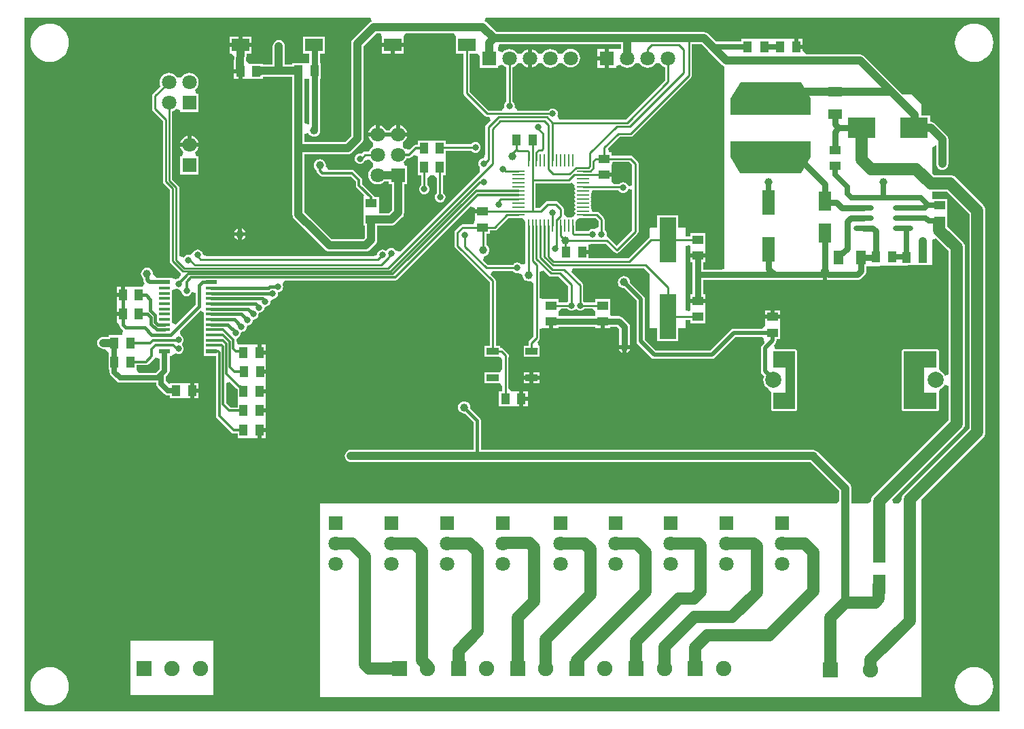
<source format=gtl>
G04*
G04 #@! TF.GenerationSoftware,Altium Limited,Altium Designer,19.0.9 (268)*
G04*
G04 Layer_Physical_Order=1*
G04 Layer_Color=255*
%FSLAX25Y25*%
%MOIN*%
G70*
G01*
G75*
%ADD11C,0.03937*%
%ADD18C,0.01000*%
%ADD21R,0.05315X0.01575*%
%ADD22R,0.05315X0.02362*%
%ADD23R,0.05906X0.03543*%
%ADD24O,0.00984X0.06102*%
%ADD25O,0.06102X0.00984*%
%ADD26O,0.09843X0.02756*%
%ADD27R,0.06102X0.09252*%
%ADD28R,0.06299X0.12402*%
%ADD29R,0.05709X0.03937*%
%ADD30R,0.05315X0.04331*%
%ADD31R,0.03937X0.05709*%
%ADD32R,0.04331X0.05709*%
%ADD33R,0.05906X0.05906*%
%ADD34R,0.13780X0.09843*%
%ADD35R,0.06693X0.04724*%
%ADD36R,0.04724X0.06693*%
%ADD37R,0.08583X0.06299*%
%ADD38R,0.08661X0.06299*%
%ADD39R,0.04331X0.05315*%
%ADD40R,0.08268X0.22047*%
%ADD67C,0.03937*%
%ADD68C,0.03150*%
%ADD69C,0.05906*%
%ADD70C,0.01968*%
%ADD71C,0.02756*%
%ADD72C,0.01575*%
%ADD73C,0.01181*%
%ADD74C,0.01000*%
%ADD75C,0.01500*%
%ADD76R,0.04823X0.28347*%
%ADD77R,0.10728X0.08169*%
%ADD78R,0.16339X0.08169*%
%ADD79R,0.09941X0.28347*%
%ADD80C,0.07874*%
%ADD81C,0.07480*%
%ADD82R,0.07480X0.07480*%
%ADD83C,0.07087*%
%ADD84R,0.07087X0.07087*%
%ADD85R,0.07087X0.07087*%
%ADD86C,0.03150*%
%ADD87C,0.05000*%
G36*
X294702Y327269D02*
X294208Y326913D01*
X292240Y326984D01*
Y326984D01*
X288681D01*
Y322441D01*
Y317897D01*
X292240D01*
Y318855D01*
X294208Y319523D01*
X294456Y319200D01*
X295405Y318472D01*
X296511Y318014D01*
X297696Y317858D01*
X298883Y318014D01*
X299988Y318472D01*
X300937Y319200D01*
X301665Y320149D01*
X303728Y320150D01*
X304456Y319201D01*
X305406Y318472D01*
X306511Y318015D01*
X307697Y317858D01*
X308883Y318015D01*
X309988Y318472D01*
X310937Y319201D01*
X311665Y320150D01*
X313728D01*
X314457Y319201D01*
X315406Y318472D01*
X316167Y318157D01*
Y311657D01*
X296886Y292376D01*
X264525D01*
X263924Y293145D01*
X263425Y294344D01*
X263532Y294603D01*
X263621Y295276D01*
X263532Y295948D01*
X263273Y296574D01*
X262860Y297112D01*
X262322Y297525D01*
X261696Y297784D01*
X261024Y297873D01*
X260351Y297784D01*
X259725Y297525D01*
X259187Y297112D01*
X258952Y296805D01*
X243756D01*
X243517Y296972D01*
X242578Y298326D01*
X242460Y298774D01*
X242518Y299213D01*
X242429Y299885D01*
X242170Y300511D01*
X241757Y301049D01*
X241450Y301285D01*
Y318157D01*
X242212Y318472D01*
X243161Y319200D01*
X243889Y320149D01*
X245953Y320150D01*
X246681Y319201D01*
X247630Y318472D01*
X248735Y318015D01*
X248937Y317988D01*
Y322441D01*
Y326894D01*
X248735Y326867D01*
X247630Y326410D01*
X246681Y325681D01*
X245953Y324732D01*
X243889Y324732D01*
X243161Y325681D01*
X242212Y326409D01*
X241107Y326867D01*
X239921Y327023D01*
X238735Y326867D01*
X237630Y326409D01*
X236681Y325681D01*
X236433Y325358D01*
X234748Y325930D01*
X234464Y326561D01*
Y326984D01*
X234464D01*
X234750Y328834D01*
X235127Y329289D01*
X294702D01*
Y327269D01*
D02*
G37*
G36*
X224209Y324886D02*
X225378Y323401D01*
Y317897D01*
X234464D01*
Y318855D01*
X236433Y319523D01*
X236681Y319200D01*
X237630Y318472D01*
X238392Y318157D01*
Y301285D01*
X238085Y301049D01*
X237672Y300511D01*
X237412Y299885D01*
X237324Y299213D01*
X237382Y298774D01*
X237264Y298326D01*
X236325Y296972D01*
X236086Y296805D01*
X229767D01*
X220407Y306165D01*
Y324886D01*
X224209D01*
D02*
G37*
G36*
X387795Y302756D02*
Y294882D01*
X348425D01*
X348425Y302756D01*
X353173Y310827D01*
X383048D01*
X387795Y302756D01*
D02*
G37*
G36*
X141694Y290203D02*
X141380Y289931D01*
X139411Y290828D01*
Y312246D01*
X139551Y312386D01*
X141694D01*
Y290203D01*
D02*
G37*
G36*
X480303Y1916D02*
X1956D01*
Y342467D01*
X171723D01*
X172359Y340600D01*
X171849Y340388D01*
X171229Y339912D01*
X163237Y331921D01*
X162761Y331301D01*
X162462Y330579D01*
X162360Y329804D01*
Y284311D01*
X159390Y281341D01*
X139411D01*
Y285365D01*
X141380Y285757D01*
X141482Y285511D01*
X141958Y284891D01*
X142578Y284415D01*
X143300Y284116D01*
X144075Y284014D01*
X144850Y284116D01*
X145572Y284415D01*
X146192Y284891D01*
X146668Y285511D01*
X146967Y286233D01*
X147069Y287008D01*
X146967Y287783D01*
X146888Y287972D01*
Y312386D01*
X147260D01*
Y320094D01*
X146888D01*
Y324886D01*
X149366D01*
Y333185D01*
X138784D01*
Y324886D01*
X141694D01*
Y320094D01*
X133449D01*
Y319234D01*
X129766D01*
Y328346D01*
X129664Y329121D01*
X129365Y329843D01*
X128889Y330464D01*
X128269Y330939D01*
X127547Y331239D01*
X126772Y331341D01*
X125997Y331239D01*
X125275Y330939D01*
X124654Y330464D01*
X124179Y329843D01*
X123880Y329121D01*
X123777Y328346D01*
Y319234D01*
X118913D01*
Y319701D01*
X112200D01*
X110813Y321098D01*
X110839Y324886D01*
X113224D01*
Y328051D01*
X107894D01*
X102563D01*
Y324886D01*
X103454D01*
X104841Y323489D01*
X104815Y319701D01*
X104709D01*
Y317028D01*
X107874D01*
Y316043D01*
X108858D01*
Y312386D01*
X118913D01*
Y313246D01*
X133423D01*
Y278346D01*
Y245866D01*
X133525Y245091D01*
X133824Y244369D01*
X134300Y243749D01*
X142174Y235875D01*
X142174Y235875D01*
X149458Y228591D01*
X150078Y228116D01*
X150377Y227992D01*
X150800Y227817D01*
X151575Y227714D01*
X169432D01*
X170207Y227817D01*
X170929Y228116D01*
X171549Y228591D01*
X174164Y231207D01*
X174640Y231827D01*
X174939Y232549D01*
X175041Y233324D01*
Y240411D01*
X181988D01*
X182763Y240513D01*
X183485Y240812D01*
X184105Y241288D01*
X187354Y244537D01*
X187829Y245157D01*
X188129Y245879D01*
X188231Y246654D01*
Y260614D01*
X189780D01*
Y269701D01*
X188822D01*
X188154Y271669D01*
X188477Y271917D01*
X189205Y272866D01*
X189482Y273535D01*
X190713D01*
X191334Y273659D01*
X191860Y274010D01*
X192996Y275147D01*
X194965Y274492D01*
X194965Y272850D01*
X194965Y272524D01*
Y265142D01*
X196600D01*
Y260340D01*
X196294Y260104D01*
X195881Y259566D01*
X195621Y258940D01*
X195533Y258268D01*
X195621Y257596D01*
X195881Y256969D01*
X196294Y256431D01*
X196831Y256019D01*
X197458Y255759D01*
X198130Y255671D01*
X198802Y255759D01*
X199428Y256019D01*
X199966Y256431D01*
X200379Y256969D01*
X200638Y257596D01*
X200727Y258268D01*
X200638Y258940D01*
X200379Y259566D01*
X199966Y260104D01*
X199659Y260340D01*
Y263675D01*
X200902Y265142D01*
X202838D01*
X204278Y263787D01*
Y256327D01*
X204069Y256167D01*
X203656Y255629D01*
X203397Y255003D01*
X203309Y254331D01*
X203397Y253659D01*
X203656Y253032D01*
X204069Y252494D01*
X204607Y252082D01*
X205233Y251822D01*
X205906Y251734D01*
X206578Y251822D01*
X207204Y252082D01*
X207742Y252494D01*
X208155Y253032D01*
X208414Y253659D01*
X208503Y254331D01*
X208414Y255003D01*
X208155Y255629D01*
X207742Y256167D01*
X207336Y256478D01*
Y265142D01*
X208776D01*
Y272524D01*
X208776Y274492D01*
X208776Y274819D01*
Y277211D01*
X221156D01*
X221392Y276904D01*
X221930Y276491D01*
X222556Y276232D01*
X223228Y276143D01*
X223901Y276232D01*
X224527Y276491D01*
X225065Y276904D01*
X225477Y277442D01*
X225737Y278068D01*
X225825Y278740D01*
X225737Y279412D01*
X225477Y280039D01*
X225065Y280576D01*
X224527Y280989D01*
X223901Y281249D01*
X223228Y281337D01*
X222556Y281249D01*
X221930Y280989D01*
X221392Y280576D01*
X221156Y280270D01*
X208776D01*
Y282201D01*
X202870D01*
X202839Y282201D01*
X200902D01*
X200870Y282201D01*
X194965D01*
Y279968D01*
X193902D01*
X193282Y279845D01*
X192756Y279493D01*
X191153Y277890D01*
X190734Y277795D01*
X188650Y278172D01*
X188477Y278397D01*
X187528Y279126D01*
X187528Y281189D01*
X188477Y281917D01*
X189205Y282866D01*
X189663Y283971D01*
X189689Y284173D01*
X185236D01*
Y285157D01*
X184252D01*
Y289610D01*
X184050Y289584D01*
X182945Y289126D01*
X181996Y288398D01*
X181268Y287449D01*
X181157Y287181D01*
X179316D01*
X179205Y287449D01*
X178477Y288398D01*
X177527Y289126D01*
X176422Y289584D01*
X176221Y289610D01*
Y285157D01*
X175236D01*
Y284173D01*
X170783D01*
X170810Y283971D01*
X171268Y282866D01*
X171996Y281917D01*
X172945Y281189D01*
Y279126D01*
X171996Y278398D01*
X171268Y277449D01*
X170952Y276687D01*
X169121D01*
X168536Y276570D01*
X168040Y276239D01*
X167441Y275640D01*
X167208Y275737D01*
X166535Y275825D01*
X165863Y275737D01*
X165237Y275477D01*
X164699Y275065D01*
X164286Y274527D01*
X164027Y273901D01*
X163938Y273228D01*
X164027Y272556D01*
X164286Y271930D01*
X164699Y271392D01*
X165237Y270979D01*
X165863Y270720D01*
X166535Y270631D01*
X167208Y270720D01*
X167834Y270979D01*
X168372Y271392D01*
X168784Y271930D01*
X169044Y272556D01*
X171017Y272841D01*
X171359Y272748D01*
X171996Y271917D01*
X172945Y271189D01*
Y269126D01*
X171996Y268398D01*
X171268Y267449D01*
X170810Y266343D01*
X170654Y265158D01*
X170810Y263971D01*
X171268Y262866D01*
X171996Y261917D01*
X172945Y261189D01*
X174050Y260731D01*
X175236Y260575D01*
X176422Y260731D01*
X177527Y261189D01*
X178477Y261917D01*
X178665Y262163D01*
X180693D01*
Y260614D01*
X182242D01*
Y247894D01*
X180748Y246400D01*
X176039D01*
X175902Y248311D01*
X175902Y248368D01*
Y254248D01*
X173573D01*
Y254328D01*
X173450Y254948D01*
X173098Y255474D01*
X167763Y260809D01*
Y262598D01*
X167640Y263219D01*
X167288Y263745D01*
X163745Y267288D01*
X163219Y267640D01*
X162598Y267763D01*
X151276D01*
X150654Y268348D01*
X149812Y269732D01*
X149845Y269980D01*
X149742Y270755D01*
X149443Y271477D01*
X148968Y272097D01*
X148347Y272573D01*
X147625Y272872D01*
X146850Y272974D01*
X146075Y272872D01*
X145353Y272573D01*
X144733Y272097D01*
X144257Y271477D01*
X143958Y270755D01*
X143856Y269980D01*
X143958Y269205D01*
X144257Y268483D01*
X144733Y267863D01*
X145229Y267483D01*
Y267323D01*
X145352Y266702D01*
X145704Y266176D01*
X146885Y264995D01*
X147411Y264644D01*
X148031Y264520D01*
X161927D01*
X164520Y261927D01*
Y260138D01*
X164644Y259517D01*
X164995Y258991D01*
X168646Y255341D01*
X168193Y254248D01*
X168193D01*
Y248342D01*
X168193Y248311D01*
Y246374D01*
X168193Y246342D01*
Y240437D01*
X169053D01*
Y234564D01*
X168192Y233703D01*
X152815D01*
X146408Y240109D01*
X146408Y240109D01*
X139411Y247106D01*
Y275352D01*
X160630D01*
X161405Y275454D01*
X162127Y275753D01*
X162747Y276229D01*
X167472Y280954D01*
X167947Y281574D01*
X168246Y282296D01*
X168349Y283071D01*
Y328564D01*
X174586Y334801D01*
X176555D01*
X177406Y333185D01*
X177406Y332833D01*
Y330020D01*
X187988D01*
Y332833D01*
X187988Y333185D01*
X188839Y334801D01*
X212697D01*
X213547Y333185D01*
Y324886D01*
X217349D01*
Y305532D01*
X217465Y304946D01*
X217796Y304450D01*
X228052Y294194D01*
X228549Y293863D01*
X229134Y293746D01*
X229956D01*
X230710Y291928D01*
X228446Y289664D01*
X228115Y289168D01*
X227998Y288583D01*
Y275339D01*
X227165Y273463D01*
X226493Y273375D01*
X225867Y273115D01*
X225329Y272703D01*
X224916Y272165D01*
X224657Y271538D01*
X224568Y270866D01*
X224657Y270194D01*
X224916Y269568D01*
X225329Y269030D01*
X225440Y267121D01*
X225324Y266711D01*
X186336Y227724D01*
X185940Y227667D01*
X184252Y228045D01*
X184034Y228206D01*
X183726Y228608D01*
X183188Y229021D01*
X182562Y229280D01*
X181890Y229369D01*
X181218Y229280D01*
X180591Y229021D01*
X180053Y228608D01*
X179609Y228077D01*
X178857Y228233D01*
X178231Y228492D01*
X177559Y228581D01*
X176886Y228492D01*
X176260Y228233D01*
X175722Y227820D01*
X175310Y227282D01*
X175050Y226656D01*
X174962Y225984D01*
X173085Y225301D01*
X91408D01*
X89512Y225984D01*
X89424Y226656D01*
X89164Y227283D01*
X88752Y227821D01*
X88214Y228233D01*
X87587Y228493D01*
X86915Y228581D01*
X86243Y228493D01*
X85617Y228233D01*
X85079Y227821D01*
X84666Y227283D01*
X84262Y226577D01*
X83246Y226019D01*
X82459Y226044D01*
X81786Y225955D01*
X81160Y225696D01*
X80622Y225283D01*
X80209Y224745D01*
X78413Y225520D01*
X77994Y225803D01*
X77907Y226028D01*
Y259055D01*
X77791Y259640D01*
X77459Y260137D01*
X74403Y263193D01*
Y296405D01*
X75165Y296721D01*
X76114Y297449D01*
X76362Y297772D01*
X78331Y297104D01*
Y296146D01*
X87417D01*
Y305232D01*
X86459D01*
X85791Y307201D01*
X86114Y307449D01*
X86843Y308398D01*
X87300Y309503D01*
X87457Y310689D01*
X87300Y311875D01*
X86843Y312980D01*
X86114Y313929D01*
X85165Y314657D01*
X84060Y315115D01*
X82874Y315271D01*
X81688Y315115D01*
X80583Y314657D01*
X79634Y313929D01*
X78905Y312980D01*
X76842Y312981D01*
X76114Y313930D01*
X75165Y314658D01*
X74060Y315116D01*
X72874Y315272D01*
X71688Y315116D01*
X70582Y314658D01*
X69633Y313930D01*
X68905Y312981D01*
X68447Y311875D01*
X68291Y310689D01*
X68447Y309503D01*
X68763Y308741D01*
X65060Y305039D01*
X64729Y304543D01*
X64612Y303957D01*
Y297638D01*
X64729Y297053D01*
X65060Y296556D01*
X69951Y291666D01*
Y261982D01*
X70067Y261397D01*
X70399Y260901D01*
X73274Y258026D01*
Y223080D01*
X73390Y222495D01*
X73722Y221999D01*
X78648Y217072D01*
X78562Y216049D01*
X77559Y214408D01*
X76887Y214319D01*
X76261Y214060D01*
X74425Y214878D01*
Y214878D01*
X67110D01*
X65583Y215943D01*
X65095Y216688D01*
X65100Y216732D01*
X64998Y217507D01*
X64699Y218229D01*
X64223Y218849D01*
X63603Y219325D01*
X62881Y219624D01*
X62106Y219726D01*
X61331Y219624D01*
X60609Y219325D01*
X59989Y218849D01*
X59513Y218229D01*
X59214Y217507D01*
X59112Y216732D01*
X59214Y215957D01*
X59513Y215235D01*
X59989Y214615D01*
X60182Y214467D01*
Y213850D01*
X60336Y213076D01*
X60774Y212419D01*
X60973Y212220D01*
X60158Y210252D01*
X55102D01*
Y210252D01*
X53165D01*
Y210252D01*
X51181D01*
Y206398D01*
X50197D01*
Y205413D01*
X47228D01*
Y202543D01*
X47228D01*
Y200934D01*
X47228D01*
Y198064D01*
X50197D01*
Y196096D01*
X47228D01*
Y193226D01*
X47251D01*
X48374Y191634D01*
X48513Y190936D01*
X48908Y190345D01*
X50286Y188967D01*
X50286Y188967D01*
X49896Y187172D01*
X49509Y186717D01*
X49087Y186696D01*
X43193D01*
Y185835D01*
X40682D01*
X39908Y185733D01*
X39185Y185434D01*
X38565Y184958D01*
X38089Y184338D01*
X37790Y183616D01*
X37688Y182841D01*
X37790Y182066D01*
X38089Y181344D01*
X38565Y180724D01*
X39185Y180248D01*
X39908Y179949D01*
X40682Y179847D01*
X41581D01*
X43193Y177879D01*
X43193Y177378D01*
X43193D01*
Y169669D01*
X43737D01*
Y168504D01*
X43921Y167576D01*
X44447Y166789D01*
X47203Y164034D01*
X47989Y163508D01*
X48917Y163323D01*
X48917Y163323D01*
X66621D01*
Y162845D01*
X66805Y161917D01*
X67331Y161130D01*
X70727Y157734D01*
X71513Y157209D01*
X72441Y157024D01*
X73213D01*
Y155654D01*
X83268D01*
Y159311D01*
Y162969D01*
X73213D01*
Y162969D01*
X73045Y162899D01*
X71470Y164155D01*
Y166466D01*
X72482Y167479D01*
X73008Y168265D01*
X73192Y169193D01*
Y176461D01*
X74425D01*
Y176694D01*
X76260Y177672D01*
X76887Y177412D01*
X77559Y177324D01*
X78231Y177412D01*
X78857Y177672D01*
X79395Y178085D01*
X79808Y178622D01*
X80067Y179249D01*
X80156Y179921D01*
X80067Y180593D01*
X79808Y181219D01*
X79395Y181757D01*
Y182415D01*
X79808Y182953D01*
X80067Y183579D01*
X80156Y184252D01*
X80067Y184924D01*
X79808Y185550D01*
X79395Y186088D01*
X78857Y186501D01*
X78810Y186520D01*
X78243Y188128D01*
X78249Y188743D01*
X88173Y198668D01*
X90142Y197852D01*
Y195161D01*
Y192602D01*
Y190043D01*
Y187484D01*
Y184925D01*
Y182366D01*
Y179807D01*
Y176461D01*
X96016D01*
Y147047D01*
X96140Y146427D01*
X96491Y145900D01*
X103578Y138814D01*
X104104Y138462D01*
X104724Y138339D01*
X106520D01*
Y136106D01*
X112425D01*
X112457Y136106D01*
X114394D01*
X114425Y136106D01*
X116378D01*
Y139961D01*
X117362D01*
Y140945D01*
X120331D01*
Y143783D01*
X120331Y143815D01*
X120331Y145752D01*
X120331Y145783D01*
Y148622D01*
X117362D01*
Y150591D01*
X120331D01*
Y153331D01*
X120331Y153461D01*
X120331Y155299D01*
X120331Y155429D01*
Y158169D01*
X117362D01*
Y160138D01*
X120331D01*
Y162976D01*
X120331Y163008D01*
X120407Y164945D01*
X120488D01*
Y167815D01*
X117520D01*
Y169783D01*
X120488D01*
Y172392D01*
X120488Y172653D01*
X120331Y174557D01*
Y177165D01*
X117362D01*
Y178150D01*
X116378D01*
Y182004D01*
X114425D01*
X114394Y182004D01*
X112457D01*
X112425Y182004D01*
X106520D01*
X105952Y183738D01*
Y184416D01*
X106186Y185189D01*
X106816Y185457D01*
X107353Y185870D01*
X107766Y186407D01*
X108026Y187034D01*
X108114Y187706D01*
X109142Y188249D01*
X109768Y188508D01*
X110306Y188921D01*
X110719Y189459D01*
X110978Y190085D01*
X111324Y191310D01*
X111996Y191399D01*
X112623Y191658D01*
X113161Y192071D01*
X113573Y192609D01*
X113833Y193235D01*
X113921Y193907D01*
X114949Y194450D01*
X115576Y194709D01*
X116114Y195122D01*
X116526Y195660D01*
X116786Y196286D01*
X117033Y197610D01*
X117705Y197698D01*
X118332Y197958D01*
X118870Y198370D01*
X119282Y198908D01*
X119542Y199534D01*
X120085Y200563D01*
X120757Y200651D01*
X121383Y200910D01*
X121921Y201323D01*
X122334Y201861D01*
X122593Y202487D01*
X122604Y202573D01*
X122775Y203261D01*
X123574Y204136D01*
X124399Y204391D01*
X125025Y204651D01*
X125563Y205064D01*
X125976Y205601D01*
X126235Y206228D01*
X126323Y206900D01*
X126287Y207591D01*
X126952Y207826D01*
X127578Y208086D01*
X128116Y208498D01*
X128529Y209036D01*
X128788Y209663D01*
X128876Y210335D01*
X128788Y211007D01*
X128529Y211633D01*
X129499Y213473D01*
X183992D01*
X184613Y213596D01*
X185139Y213948D01*
X221047Y249856D01*
X223016Y249041D01*
Y248327D01*
X226673D01*
Y246358D01*
X223016D01*
Y244177D01*
X223016D01*
Y242966D01*
X222213Y240998D01*
X216929D01*
X216344Y240881D01*
X215848Y240550D01*
X213363Y238066D01*
X213032Y237569D01*
X212915Y236984D01*
Y230498D01*
X213032Y229912D01*
X213363Y229416D01*
X230164Y212616D01*
Y181512D01*
X227543D01*
Y175969D01*
X234512D01*
X235499Y175885D01*
X236398Y174393D01*
Y170095D01*
X235449Y168520D01*
X234430Y168520D01*
X227543D01*
Y162976D01*
X234430D01*
X235449Y162976D01*
X236398Y161401D01*
Y159169D01*
X234762D01*
Y151854D01*
X240668D01*
X241093Y151854D01*
X242636D01*
X243061Y151854D01*
X244817D01*
Y155512D01*
Y159169D01*
X243061D01*
X242636Y159169D01*
X241093D01*
X239457Y160636D01*
Y175636D01*
X239500Y175852D01*
Y176681D01*
X239383Y177266D01*
X239052Y177762D01*
X236992Y179822D01*
X236496Y180153D01*
X235911Y180270D01*
X235449D01*
Y181512D01*
X233222D01*
Y213250D01*
X233106Y213835D01*
X232774Y214331D01*
X230768Y216337D01*
X231522Y218156D01*
X241629D01*
X241864Y217849D01*
X242402Y217436D01*
X243029Y217177D01*
X243701Y217088D01*
X244373Y217177D01*
X245927Y216305D01*
X246249Y215913D01*
X246321Y215367D01*
X246620Y214645D01*
X247095Y214025D01*
X247715Y213549D01*
X248438Y213250D01*
X249213Y213148D01*
X249715Y213214D01*
X250285Y213022D01*
X251657Y211970D01*
X251683Y211927D01*
Y185886D01*
X249706Y183908D01*
X249374Y183412D01*
X249258Y182827D01*
Y181512D01*
X246835D01*
Y175969D01*
X254740D01*
Y180002D01*
X254742Y180012D01*
X254740Y181512D01*
X254417Y181518D01*
X253604Y183480D01*
X254294Y184171D01*
X254626Y184667D01*
X254742Y185252D01*
Y189824D01*
X256579Y190142D01*
X256711Y190142D01*
X259252D01*
Y193307D01*
X261221D01*
Y190142D01*
X263894D01*
Y190710D01*
X282071D01*
Y190142D01*
X284744D01*
Y193307D01*
X286713D01*
Y190142D01*
X289386D01*
Y190710D01*
X292609D01*
X293744Y189575D01*
Y182196D01*
X293536Y181693D01*
X299147D01*
X298938Y182196D01*
Y190651D01*
X298850Y191323D01*
X298590Y191949D01*
X298178Y192487D01*
X295521Y195143D01*
X294984Y195556D01*
X294357Y195816D01*
X293685Y195904D01*
X289954D01*
X289386Y196472D01*
Y198016D01*
X289386Y198441D01*
Y204346D01*
X282071D01*
Y202710D01*
X276655D01*
X276419Y203017D01*
X276112Y203253D01*
Y211024D01*
X275996Y211609D01*
X275664Y212105D01*
X270176Y217593D01*
X270930Y219411D01*
X305985D01*
X308661Y216735D01*
Y189961D01*
X312386D01*
Y183843D01*
X322654D01*
Y189961D01*
X326279D01*
X326378Y189862D01*
Y194140D01*
X328624D01*
Y192504D01*
X335939D01*
Y198835D01*
X335939D01*
Y200378D01*
X335939D01*
Y202559D01*
X328624D01*
Y200378D01*
X328624D01*
Y199167D01*
X328346Y198488D01*
X326378Y198874D01*
Y230407D01*
X328346Y230864D01*
X328624Y230299D01*
Y228756D01*
X328624D01*
Y226575D01*
X332281D01*
X335939D01*
Y228756D01*
X335939D01*
Y230299D01*
X335939D01*
Y236630D01*
X328624D01*
Y234994D01*
X326378D01*
Y239277D01*
X322654D01*
Y245291D01*
X312386D01*
Y239277D01*
X308846D01*
X308661Y239092D01*
Y234677D01*
X308171Y234349D01*
X298185Y224364D01*
X278756D01*
Y226279D01*
X275591D01*
Y228248D01*
X278756D01*
Y230921D01*
X280468Y231541D01*
X287162D01*
X291438Y227265D01*
X291934Y226934D01*
X292520Y226817D01*
X293105Y226934D01*
X293601Y227265D01*
X302747Y236410D01*
X303078Y236907D01*
X303194Y237492D01*
Y270866D01*
X303078Y271451D01*
X302747Y271948D01*
X300384Y274310D01*
X299888Y274641D01*
X299303Y274758D01*
X289976D01*
Y276394D01*
X288703D01*
X288202Y278362D01*
X293842Y284002D01*
X299311D01*
X299896Y284119D01*
X300393Y284450D01*
X329034Y313092D01*
X329366Y313588D01*
X329482Y314173D01*
Y329289D01*
X334193D01*
X337450Y326032D01*
X343623Y319860D01*
X344339Y319143D01*
X344960Y318667D01*
X345002Y318649D01*
X345329Y318406D01*
X345329Y219094D01*
X343457Y218837D01*
X334878D01*
Y222425D01*
X335939D01*
Y224606D01*
X332281D01*
X328624D01*
Y222425D01*
X329684D01*
Y216142D01*
Y206709D01*
X328624D01*
Y204528D01*
X335939D01*
Y206709D01*
X334878D01*
Y213643D01*
X393701D01*
Y217126D01*
X395669D01*
Y213745D01*
X395710Y213762D01*
X395784Y213732D01*
X396457Y213643D01*
X410557D01*
X411229Y213732D01*
X411855Y213991D01*
X412393Y214404D01*
X414238Y216249D01*
X414651Y216787D01*
X414910Y217413D01*
X414999Y218085D01*
Y220430D01*
X442037Y220949D01*
X445587D01*
Y221017D01*
X447169Y221047D01*
Y233385D01*
X449138Y234200D01*
X455364Y227975D01*
Y167287D01*
X453395Y166895D01*
X453328Y167057D01*
X452537Y168088D01*
X451765Y168680D01*
X451473Y168926D01*
X450586Y170188D01*
X450663Y170578D01*
Y178747D01*
X450586Y179138D01*
X450364Y179468D01*
X450034Y179689D01*
X449644Y179767D01*
X433305D01*
X433268Y179760D01*
X433268D01*
X432877Y179682D01*
X432547Y179461D01*
X432326Y179130D01*
X432248Y178740D01*
Y158743D01*
X432211Y158556D01*
Y150387D01*
X432288Y149996D01*
X432509Y149665D01*
X432840Y149444D01*
X433230Y149367D01*
X449569D01*
X449959Y149444D01*
X450290Y149665D01*
X450511Y149996D01*
X450589Y150387D01*
Y158556D01*
X450511Y158946D01*
X451493Y160238D01*
X451716Y160416D01*
X452537Y161046D01*
X453328Y162077D01*
X453395Y162238D01*
X455364Y161847D01*
Y144860D01*
X418441Y107937D01*
X417807Y107112D01*
X417409Y106150D01*
X417273Y105118D01*
X415749Y104121D01*
X407719Y104124D01*
Y111516D01*
X407617Y112291D01*
X407441Y112714D01*
X407317Y113013D01*
X406842Y113633D01*
X391093Y129381D01*
X390473Y129857D01*
X389751Y130156D01*
X388976Y130258D01*
X361673D01*
X360925Y130356D01*
X360178Y130258D01*
X334298D01*
X333550Y130356D01*
X332803Y130258D01*
X252173D01*
X251425Y130356D01*
X250678Y130258D01*
X225873D01*
Y144848D01*
X225734Y145545D01*
X225339Y146136D01*
X225339Y146136D01*
X220662Y150813D01*
X220711Y151181D01*
X220609Y151956D01*
X220309Y152678D01*
X219834Y153298D01*
X219214Y153774D01*
X218492Y154073D01*
X217717Y154175D01*
X216942Y154073D01*
X216219Y153774D01*
X215599Y153298D01*
X215124Y152678D01*
X214824Y151956D01*
X214722Y151181D01*
X214824Y150406D01*
X215124Y149684D01*
X215599Y149064D01*
X216219Y148588D01*
X216942Y148289D01*
X217717Y148187D01*
X218085Y148235D01*
X222228Y144093D01*
Y130258D01*
X197423D01*
X196675Y130356D01*
X195928Y130258D01*
X162854D01*
X162106Y130356D01*
X161331Y130254D01*
X160609Y129955D01*
X159989Y129479D01*
X159513Y128859D01*
X159214Y128137D01*
X159112Y127362D01*
X159214Y126587D01*
X159513Y125865D01*
X159989Y125245D01*
X160088Y125147D01*
X160708Y124671D01*
X161430Y124372D01*
X162205Y124270D01*
X387736D01*
X401730Y110275D01*
Y105519D01*
X400338Y104127D01*
X146949Y104232D01*
X146949Y9165D01*
X442126D01*
X442126Y104110D01*
X442126Y104110D01*
X442126D01*
X442031Y106078D01*
X472307Y136354D01*
X472941Y137180D01*
X473339Y138141D01*
X473475Y139173D01*
X473475Y139173D01*
Y164567D01*
Y247736D01*
X473475Y247736D01*
X473339Y248768D01*
X472941Y249730D01*
X472307Y250555D01*
X472307Y250555D01*
X458921Y263941D01*
X458096Y264575D01*
X457134Y264973D01*
X456102Y265109D01*
X456102Y265109D01*
X448207D01*
X447169Y266146D01*
Y278741D01*
X449138Y279793D01*
X449270Y279705D01*
Y270768D01*
X449372Y269993D01*
X449671Y269271D01*
X450147Y268651D01*
X450767Y268175D01*
X451489Y267876D01*
X452264Y267774D01*
X453039Y267876D01*
X453761Y268175D01*
X454381Y268651D01*
X454857Y269271D01*
X455156Y269993D01*
X455258Y270768D01*
Y282677D01*
X455156Y283452D01*
X454857Y284174D01*
X454381Y284794D01*
X448771Y290405D01*
X448151Y290880D01*
X447429Y291179D01*
X446654Y291282D01*
X446276D01*
Y294307D01*
X442126D01*
Y300000D01*
X441893D01*
X437169Y304724D01*
X432679D01*
X429283Y308121D01*
X414027Y323377D01*
X413407Y323853D01*
X412684Y324152D01*
X411909Y324254D01*
X385530D01*
X383579Y326222D01*
Y327165D01*
X380610D01*
Y328150D01*
X379626D01*
Y332004D01*
X377673D01*
X377642Y332004D01*
X375705D01*
X375673Y332004D01*
X369768D01*
Y332004D01*
X368126D01*
Y332004D01*
X361827D01*
X361795Y332004D01*
X359858D01*
X359827Y332004D01*
X353528D01*
Y330574D01*
X341377D01*
X337550Y334401D01*
X336930Y334876D01*
X336208Y335176D01*
X335433Y335278D01*
X233524D01*
X228889Y339912D01*
X228269Y340388D01*
X227758Y340600D01*
X228395Y342467D01*
X480303D01*
Y1916D01*
D02*
G37*
G36*
X387795Y274016D02*
X383106Y266043D01*
X353115D01*
X348425Y274016D01*
Y281890D01*
X387795D01*
X387795Y274016D01*
D02*
G37*
G36*
X300136Y270233D02*
Y259937D01*
X298178Y259727D01*
X297918Y260354D01*
X297506Y260892D01*
X296968Y261304D01*
X296341Y261564D01*
X295669Y261652D01*
X294997Y261564D01*
X294371Y261304D01*
X293833Y260892D01*
X293824Y260880D01*
X291403D01*
X289976Y262189D01*
Y264370D01*
X286319D01*
Y266339D01*
X289976D01*
Y268520D01*
X289976D01*
Y269730D01*
X290779Y271699D01*
X298669D01*
X300136Y270233D01*
D02*
G37*
G36*
Y258173D02*
Y238125D01*
X292520Y230509D01*
X288877Y234152D01*
X288381Y234484D01*
X287724Y235322D01*
X287636Y236220D01*
X287547Y236892D01*
X287288Y237519D01*
X286875Y238056D01*
X286568Y238292D01*
Y243308D01*
X286452Y243893D01*
X286120Y244389D01*
X283857Y246652D01*
X283361Y246984D01*
X282776Y247100D01*
X280725D01*
X279893Y248838D01*
X279879Y249069D01*
X279966Y249508D01*
X279850Y250090D01*
X279582Y250492D01*
X279850Y250894D01*
X279966Y251476D01*
X279850Y252059D01*
X279582Y252461D01*
X279850Y252863D01*
X279966Y253445D01*
X279850Y254027D01*
X279582Y254429D01*
X279850Y254831D01*
X279966Y255413D01*
X279879Y255853D01*
X279893Y256084D01*
X280725Y257821D01*
X293393D01*
X293420Y257757D01*
X293833Y257219D01*
X294371Y256806D01*
X294997Y256547D01*
X295669Y256458D01*
X296341Y256547D01*
X296968Y256806D01*
X297506Y257219D01*
X297918Y257757D01*
X298178Y258383D01*
X300136Y258173D01*
D02*
G37*
G36*
X270168Y261447D02*
X270481Y261321D01*
X271921Y259933D01*
X271805Y259350D01*
X271921Y258768D01*
X272190Y258366D01*
X271921Y257964D01*
X271805Y257382D01*
X271921Y256800D01*
X272190Y256398D01*
X271921Y255996D01*
X271805Y255413D01*
X271921Y254831D01*
X272190Y254429D01*
X271921Y254027D01*
X271805Y253445D01*
X271921Y252863D01*
X272190Y252461D01*
X271921Y252059D01*
X271805Y251476D01*
X271921Y250894D01*
X272190Y250492D01*
X271921Y250090D01*
X271805Y249508D01*
X271921Y248926D01*
X272190Y248524D01*
X271921Y248122D01*
X271805Y247539D01*
X271921Y246957D01*
X272190Y246555D01*
X271921Y246153D01*
Y246153D01*
X271732Y245497D01*
X270940Y244705D01*
X270284Y244516D01*
X269882Y244247D01*
X269480Y244516D01*
X268898Y244632D01*
X268488Y244550D01*
X266732Y245645D01*
X266553Y246561D01*
Y248507D01*
X266437Y249093D01*
X266105Y249589D01*
X263762Y251932D01*
X263266Y252263D01*
X262681Y252380D01*
X258586D01*
X258001Y252263D01*
X257505Y251932D01*
X254679Y249106D01*
X252711Y249159D01*
Y261069D01*
X268915D01*
X269501Y261186D01*
X269922Y261467D01*
X270168Y261447D01*
D02*
G37*
G36*
X275886Y244041D02*
X282142D01*
X283509Y242674D01*
Y239798D01*
X282920Y239277D01*
X281541Y238663D01*
X281381Y238729D01*
X280709Y238818D01*
X280036Y238729D01*
X279410Y238470D01*
X278872Y238057D01*
X278637Y237750D01*
X272395D01*
Y240551D01*
X272388Y240592D01*
Y242229D01*
X273007Y243430D01*
X274208Y244050D01*
X275845D01*
X275886Y244041D01*
D02*
G37*
G36*
X247072Y243430D02*
X247691Y242229D01*
Y240592D01*
X247683Y240551D01*
Y221822D01*
X246895Y221441D01*
X245715Y221290D01*
X245537Y221521D01*
X244999Y221934D01*
X244373Y222194D01*
X243701Y222282D01*
X243029Y222194D01*
X242402Y221934D01*
X241864Y221521D01*
X241629Y221214D01*
X229169D01*
X226942Y223441D01*
X226959Y223730D01*
X227726Y225441D01*
X227825Y225454D01*
X228547Y225753D01*
X229167Y226229D01*
X229643Y226849D01*
X229942Y227572D01*
X230044Y228346D01*
X229942Y229121D01*
X229643Y229843D01*
X229167Y230464D01*
X228579Y230915D01*
Y236303D01*
X230331D01*
Y237939D01*
X232677D01*
X233262Y238055D01*
X233759Y238387D01*
X239413Y244041D01*
X244193D01*
X244233Y244050D01*
X245871D01*
X247072Y243430D01*
D02*
G37*
G36*
X259166Y215848D02*
X259663Y215516D01*
X260248Y215400D01*
X264108D01*
X268724Y210784D01*
Y203253D01*
X268417Y203017D01*
X268181Y202711D01*
X263894D01*
Y204346D01*
X256579D01*
Y204346D01*
X254742Y204664D01*
Y217700D01*
X256561Y218453D01*
X259166Y215848D01*
D02*
G37*
G36*
X268417Y199345D02*
X268954Y198932D01*
X269581Y198673D01*
X270253Y198584D01*
X270925Y198673D01*
X271551Y198932D01*
X272746Y199345D01*
X273284Y198932D01*
X273911Y198672D01*
X274583Y198584D01*
X275255Y198672D01*
X275881Y198932D01*
X276419Y199345D01*
X276655Y199652D01*
X280604D01*
X282071Y198016D01*
Y196472D01*
X281503Y195904D01*
X264462D01*
X263894Y196472D01*
Y198016D01*
X265361Y199652D01*
X268181D01*
X268417Y199345D01*
D02*
G37*
G36*
X76887Y209302D02*
X77169Y209265D01*
X77594Y209189D01*
X78594Y208483D01*
X78987Y207596D01*
X79247Y206969D01*
X79660Y206431D01*
X80198Y206019D01*
X80824Y205759D01*
X81496Y205671D01*
X82168Y205759D01*
X82795Y206019D01*
X83332Y206431D01*
X83745Y206969D01*
X84005Y207596D01*
X85973Y207465D01*
Y201622D01*
X76213Y191862D01*
X75143Y192305D01*
X74425Y192858D01*
Y197721D01*
Y200279D01*
Y202839D01*
Y205398D01*
Y208585D01*
X76261Y209562D01*
X76887Y209302D01*
D02*
G37*
G36*
X68343Y174924D02*
Y170197D01*
X66319Y168173D01*
X58143D01*
X57004Y169669D01*
Y171902D01*
X61713D01*
X62333Y172025D01*
X62859Y172377D01*
X65615Y175133D01*
X65662Y175204D01*
X66375Y175822D01*
X68343Y174924D01*
D02*
G37*
G36*
X106078Y160271D02*
X106520Y159975D01*
Y155299D01*
X106520D01*
X106520Y153461D01*
X106520D01*
Y151228D01*
X102936D01*
X100834Y153329D01*
Y162942D01*
X102653Y163695D01*
X106078Y160271D01*
D02*
G37*
G36*
X465501Y246085D02*
Y164567D01*
Y140825D01*
X433401Y108725D01*
X432768Y107899D01*
X432370Y106937D01*
X432234Y105905D01*
X432140Y105412D01*
X430841Y104114D01*
X428467Y104115D01*
X427714Y105934D01*
X462170Y140390D01*
X462170Y140390D01*
X462803Y141215D01*
X463201Y142177D01*
X463337Y143209D01*
Y229626D01*
X463337Y229626D01*
X463201Y230658D01*
X462803Y231619D01*
X462170Y232445D01*
X462170Y232445D01*
X454774Y239840D01*
Y241043D01*
X454740Y241302D01*
Y245587D01*
X454740D01*
Y247524D01*
X454740D01*
Y253461D01*
X447169D01*
Y257135D01*
X454451D01*
X465501Y246085D01*
D02*
G37*
%LPC*%
G36*
X269921Y327122D02*
X268735Y326966D01*
X267630Y326508D01*
X266681Y325780D01*
X265953Y324831D01*
X264307Y324752D01*
X263819Y324824D01*
X263162Y325681D01*
X262212Y326410D01*
X261107Y326867D01*
X259921Y327024D01*
X258735Y326867D01*
X257630Y326410D01*
X256681Y325681D01*
X255953Y324732D01*
X253890D01*
X253162Y325681D01*
X252213Y326410D01*
X251107Y326867D01*
X250905Y326894D01*
Y322441D01*
Y317988D01*
X251107Y318015D01*
X252213Y318472D01*
X253162Y319201D01*
X253890Y320150D01*
X255953D01*
X256681Y319201D01*
X257630Y318472D01*
X258735Y318015D01*
X259921Y317858D01*
X261107Y318015D01*
X262212Y318472D01*
X263162Y319201D01*
X263890Y320150D01*
X265535Y320228D01*
X266023Y320156D01*
X266681Y319299D01*
X267630Y318571D01*
X268735Y318113D01*
X269921Y317957D01*
X271107Y318113D01*
X272213Y318571D01*
X273162Y319299D01*
X273890Y320248D01*
X274348Y321353D01*
X274504Y322539D01*
X274348Y323725D01*
X273890Y324831D01*
X273162Y325780D01*
X272213Y326508D01*
X271107Y326966D01*
X269921Y327122D01*
D02*
G37*
G36*
X286712Y326984D02*
X283153D01*
Y323425D01*
X286712D01*
Y326984D01*
D02*
G37*
G36*
Y321456D02*
X283153D01*
Y317897D01*
X286712D01*
Y321456D01*
D02*
G37*
G36*
X113224Y333185D02*
X108878D01*
Y330020D01*
X113224D01*
Y333185D01*
D02*
G37*
G36*
X106909D02*
X102563D01*
Y330020D01*
X106909D01*
Y333185D01*
D02*
G37*
G36*
X381594Y332004D02*
Y329134D01*
X383579D01*
Y332004D01*
X381594D01*
D02*
G37*
G36*
X187988Y328051D02*
X183681D01*
Y324886D01*
X187988D01*
Y328051D01*
D02*
G37*
G36*
X181713D02*
X177406D01*
Y324886D01*
X181713D01*
Y328051D01*
D02*
G37*
G36*
X467913Y339538D02*
X466076Y339356D01*
X464309Y338821D01*
X462680Y337950D01*
X461253Y336779D01*
X460081Y335351D01*
X459211Y333723D01*
X458675Y331956D01*
X458494Y330118D01*
X458675Y328280D01*
X459211Y326514D01*
X460081Y324885D01*
X461253Y323458D01*
X462680Y322286D01*
X464309Y321416D01*
X466076Y320880D01*
X467913Y320699D01*
X469751Y320880D01*
X471518Y321416D01*
X473146Y322286D01*
X474574Y323458D01*
X475745Y324885D01*
X476616Y326514D01*
X477152Y328280D01*
X477333Y330118D01*
X477152Y331956D01*
X476616Y333723D01*
X475745Y335351D01*
X474574Y336779D01*
X473146Y337950D01*
X471518Y338821D01*
X469751Y339356D01*
X467913Y339538D01*
D02*
G37*
G36*
X14370D02*
X12532Y339356D01*
X10765Y338821D01*
X9137Y337950D01*
X7710Y336779D01*
X6538Y335351D01*
X5668Y333723D01*
X5132Y331956D01*
X4951Y330118D01*
X5132Y328280D01*
X5668Y326514D01*
X6538Y324885D01*
X7710Y323458D01*
X9137Y322286D01*
X10765Y321416D01*
X12532Y320880D01*
X14370Y320699D01*
X16208Y320880D01*
X17975Y321416D01*
X19603Y322286D01*
X21031Y323458D01*
X22202Y324885D01*
X23073Y326514D01*
X23608Y328280D01*
X23789Y330118D01*
X23608Y331956D01*
X23073Y333723D01*
X22202Y335351D01*
X21031Y336779D01*
X19603Y337950D01*
X17975Y338821D01*
X16208Y339356D01*
X14370Y339538D01*
D02*
G37*
G36*
X106890Y315059D02*
X104709D01*
Y312386D01*
X106890D01*
Y315059D01*
D02*
G37*
G36*
X186221Y289610D02*
Y286142D01*
X189689D01*
X189663Y286344D01*
X189205Y287449D01*
X188477Y288398D01*
X187528Y289126D01*
X186422Y289584D01*
X186221Y289610D01*
D02*
G37*
G36*
X174252Y289610D02*
X174050Y289584D01*
X172945Y289126D01*
X171996Y288398D01*
X171268Y287449D01*
X170810Y286344D01*
X170783Y286142D01*
X174252D01*
Y289610D01*
D02*
G37*
G36*
X83858Y284433D02*
Y280965D01*
X87327D01*
X87300Y281166D01*
X86843Y282272D01*
X86114Y283221D01*
X85165Y283949D01*
X84060Y284407D01*
X83858Y284433D01*
D02*
G37*
G36*
X81890Y284433D02*
X81688Y284407D01*
X80583Y283949D01*
X79634Y283221D01*
X78905Y282272D01*
X78448Y281166D01*
X78421Y280965D01*
X81890D01*
Y284433D01*
D02*
G37*
G36*
X87327Y278996D02*
X82874D01*
X78421D01*
X78448Y278794D01*
X78905Y277689D01*
X79634Y276740D01*
X79957Y276492D01*
X79289Y274523D01*
X78331D01*
Y265437D01*
X87418D01*
Y274523D01*
X86459D01*
X85791Y276492D01*
X86114Y276740D01*
X86843Y277689D01*
X87300Y278794D01*
X87327Y278996D01*
D02*
G37*
G36*
X108661Y239026D02*
Y237205D01*
X110483D01*
X110270Y237718D01*
X109794Y238338D01*
X109174Y238813D01*
X108661Y239026D01*
D02*
G37*
G36*
X106693D02*
X106180Y238813D01*
X105560Y238338D01*
X105084Y237718D01*
X104872Y237205D01*
X106693D01*
Y239026D01*
D02*
G37*
G36*
X110483Y235236D02*
X108661D01*
Y233415D01*
X109174Y233628D01*
X109794Y234103D01*
X110270Y234723D01*
X110483Y235236D01*
D02*
G37*
G36*
X106693D02*
X104872D01*
X105084Y234723D01*
X105560Y234103D01*
X106180Y233628D01*
X106693Y233415D01*
Y235236D01*
D02*
G37*
G36*
X49213Y210252D02*
X47228D01*
Y207382D01*
X49213D01*
Y210252D01*
D02*
G37*
G36*
X372555Y198835D02*
X369882D01*
Y196653D01*
X372555D01*
Y198835D01*
D02*
G37*
G36*
X367913D02*
X365240D01*
Y196653D01*
X367913D01*
Y198835D01*
D02*
G37*
G36*
X118347Y182004D02*
Y179134D01*
X120331D01*
Y182004D01*
X118347D01*
D02*
G37*
G36*
X299147Y179724D02*
X297326D01*
Y177903D01*
X297838Y178116D01*
X298459Y178592D01*
X298934Y179212D01*
X299147Y179724D01*
D02*
G37*
G36*
X295357D02*
X293536D01*
X293748Y179212D01*
X294224Y178592D01*
X294844Y178116D01*
X295357Y177903D01*
Y179724D01*
D02*
G37*
G36*
X254740Y168520D02*
X251772D01*
Y166732D01*
X254740D01*
Y168520D01*
D02*
G37*
G36*
X249803D02*
X246835D01*
Y166732D01*
X249803D01*
Y168520D01*
D02*
G37*
G36*
X254740Y164764D02*
X251772D01*
Y162976D01*
X254740D01*
Y164764D01*
D02*
G37*
G36*
X249803D02*
X246835D01*
Y162976D01*
X249803D01*
Y164764D01*
D02*
G37*
G36*
X87417Y162969D02*
X85236D01*
Y160295D01*
X87417D01*
Y162969D01*
D02*
G37*
G36*
X246786Y159169D02*
Y156496D01*
X248967D01*
Y159169D01*
X246786D01*
D02*
G37*
G36*
X87417Y158327D02*
X85236D01*
Y155654D01*
X87417D01*
Y158327D01*
D02*
G37*
G36*
X248967Y154528D02*
X246786D01*
Y151854D01*
X248967D01*
Y154528D01*
D02*
G37*
G36*
X296063Y215610D02*
X295288Y215508D01*
X294566Y215209D01*
X293946Y214733D01*
X293470Y214113D01*
X293171Y213391D01*
X293069Y212616D01*
X293171Y211841D01*
X293470Y211119D01*
X293946Y210499D01*
X294566Y210023D01*
X295288Y209724D01*
X296063Y209622D01*
X296181Y209637D01*
X302308Y203510D01*
Y183616D01*
X302462Y182842D01*
X302900Y182185D01*
X309443Y175642D01*
X310100Y175204D01*
X310874Y175050D01*
X339178D01*
X339952Y175204D01*
X340609Y175642D01*
X350738Y185772D01*
X363745D01*
X364585Y185130D01*
X364887Y182899D01*
X364870Y182815D01*
X363900Y181845D01*
X363462Y181189D01*
X363308Y180415D01*
Y168971D01*
X363462Y168196D01*
X363900Y167540D01*
X364874Y166566D01*
X364580Y165856D01*
X364410Y164567D01*
X364580Y163278D01*
X365077Y162077D01*
X365869Y161046D01*
X366900Y160255D01*
X367149Y160026D01*
X368280Y158526D01*
X368280Y158002D01*
Y150356D01*
X368357Y149966D01*
X368579Y149636D01*
X368909Y149415D01*
X369299Y149337D01*
X380028D01*
X380418Y149415D01*
X380749Y149636D01*
X380970Y149966D01*
X381047Y150356D01*
Y158526D01*
X381030Y158612D01*
Y170601D01*
X381031Y170608D01*
Y178777D01*
X380954Y179167D01*
X380733Y179498D01*
X380402Y179719D01*
X380012Y179797D01*
X380011D01*
X380011Y179797D01*
X375188D01*
X375187Y179797D01*
X370358D01*
X369543Y181765D01*
X370328Y182551D01*
X370767Y183207D01*
X370921Y183981D01*
Y184630D01*
X372555D01*
Y190535D01*
X372555Y190961D01*
Y192504D01*
X372555Y192929D01*
Y194685D01*
X365240D01*
Y192929D01*
X365240Y192504D01*
Y190961D01*
X363569Y189818D01*
X349900D01*
X349126Y189664D01*
X348470Y189226D01*
X338340Y179096D01*
X311712D01*
X306354Y184454D01*
Y204348D01*
X306200Y205123D01*
X305761Y205779D01*
X299042Y212499D01*
X299057Y212616D01*
X298955Y213391D01*
X298656Y214113D01*
X298180Y214733D01*
X297560Y215209D01*
X296838Y215508D01*
X296063Y215610D01*
D02*
G37*
G36*
X120331Y138976D02*
X118346D01*
Y136106D01*
X120331D01*
Y138976D01*
D02*
G37*
G36*
X54035Y36811D02*
X53937Y10039D01*
X92937D01*
X94882Y10039D01*
X94980Y10138D01*
X94784Y10335D01*
X94784Y12008D01*
Y36614D01*
X54232D01*
X54035Y36811D01*
D02*
G37*
G36*
X467913Y23789D02*
X466076Y23608D01*
X464309Y23073D01*
X462680Y22202D01*
X461253Y21031D01*
X460081Y19603D01*
X459211Y17975D01*
X458675Y16208D01*
X458494Y14370D01*
X458675Y12532D01*
X459211Y10765D01*
X460081Y9137D01*
X461253Y7710D01*
X462680Y6538D01*
X464309Y5668D01*
X466076Y5132D01*
X467913Y4951D01*
X469751Y5132D01*
X471518Y5668D01*
X473146Y6538D01*
X474574Y7710D01*
X475745Y9137D01*
X476616Y10765D01*
X477152Y12532D01*
X477333Y14370D01*
X477152Y16208D01*
X476616Y17975D01*
X475745Y19603D01*
X474574Y21031D01*
X473146Y22202D01*
X471518Y23073D01*
X469751Y23608D01*
X467913Y23789D01*
D02*
G37*
G36*
X14370D02*
X12532Y23608D01*
X10765Y23073D01*
X9137Y22202D01*
X7710Y21031D01*
X6538Y19603D01*
X5668Y17975D01*
X5132Y16208D01*
X4951Y14370D01*
X5132Y12532D01*
X5668Y10765D01*
X6538Y9137D01*
X7710Y7710D01*
X9137Y6538D01*
X10765Y5668D01*
X12532Y5132D01*
X14370Y4951D01*
X16208Y5132D01*
X17975Y5668D01*
X19603Y6538D01*
X21031Y7710D01*
X22202Y9137D01*
X23073Y10765D01*
X23608Y12532D01*
X23789Y14370D01*
X23608Y16208D01*
X23073Y17975D01*
X22202Y19603D01*
X21031Y21031D01*
X19603Y22202D01*
X17975Y23073D01*
X16208Y23608D01*
X14370Y23789D01*
D02*
G37*
%LPD*%
D11*
X306728Y127264D02*
X388976D01*
X162205D02*
X251425D01*
X279661D01*
X438583Y288583D02*
X438878Y288287D01*
X339567Y328150D02*
X345740Y321977D01*
X335433Y332283D02*
X339567Y328150D01*
X345740Y321977D02*
X346457Y321260D01*
X327953Y332283D02*
X335433D01*
X173346Y337795D02*
X226772D01*
X165354Y329804D02*
X173346Y337795D01*
X165354Y283071D02*
Y329804D01*
X226772Y337795D02*
X232283Y332283D01*
X229921Y329921D02*
X232283Y332283D01*
X297638D02*
X327953D01*
X126772Y316240D02*
X136417D01*
X117913D02*
X126772D01*
Y328346D01*
X169432Y230709D02*
X172047Y233324D01*
Y243406D01*
X151575Y230709D02*
X169432D01*
X136417Y278346D02*
Y316240D01*
Y245866D02*
Y278346D01*
X160630D02*
X165354Y283071D01*
X136417Y278346D02*
X160630D01*
X232283Y332283D02*
X297638D01*
X297696Y332225D01*
Y322441D02*
Y332225D01*
X229921Y322441D02*
Y329921D01*
X229921Y322441D02*
X229921Y322441D01*
X175236Y265158D02*
X185236D01*
X185237Y265157D01*
Y246654D02*
Y265157D01*
X181988Y243406D02*
X185237Y246654D01*
X172047Y243406D02*
X181988D01*
X144291Y237992D02*
X151575Y230709D01*
X389075Y127165D02*
X404724Y111516D01*
Y55512D02*
Y111516D01*
X279661Y127264D02*
X306728D01*
X40682Y182841D02*
X46161D01*
X388976Y127264D02*
X389075Y127165D01*
X162106Y127362D02*
X162205Y127264D01*
X136417Y245866D02*
X144291Y237992D01*
X107791Y317028D02*
X107874Y329016D01*
X117717Y316043D02*
X117913Y316240D01*
X346457Y321260D02*
X411909Y321260D01*
X427165Y306004D01*
X446654Y288287D02*
X452264Y282677D01*
Y270768D02*
Y282677D01*
X438878Y288287D02*
X446654D01*
X442618Y224803D02*
Y232677D01*
X438583Y288583D02*
Y294587D01*
X427165Y306004D02*
X438583Y294587D01*
X399705Y306004D02*
X427165D01*
X376083D02*
X399705D01*
X368110Y298031D02*
X376083Y306004D01*
D18*
X250098Y281791D02*
X251181Y280709D01*
X262204Y228740D02*
X262992Y229528D01*
X237927Y175809D02*
X237970Y175852D01*
Y176681D01*
X237927Y155512D02*
Y175809D01*
X235911Y178740D02*
X237970Y176681D01*
X231496Y178740D02*
X235911D01*
X226673Y239469D02*
X232677D01*
X82459Y223447D02*
X82634Y223622D01*
X82283Y223271D02*
X82459Y223447D01*
X76378Y223476D02*
X80307Y219547D01*
X74803Y223080D02*
X79730Y218154D01*
X76378Y223476D02*
Y259055D01*
X80307Y219547D02*
X180322D01*
X74803Y223080D02*
Y258659D01*
X79730Y218154D02*
X181544D01*
X82634Y223622D02*
X83071D01*
Y223523D02*
Y223622D01*
Y223523D02*
X85653Y220941D01*
X205807Y278346D02*
X206201Y278740D01*
X223228D01*
X293209Y285531D02*
X299311D01*
X286319Y278642D02*
X293209Y285531D01*
X286319Y273228D02*
Y278642D01*
X299016Y289075D02*
X325197Y315256D01*
X292514Y289075D02*
X299016D01*
X279410Y275971D02*
X292514Y289075D01*
X297520Y290846D02*
X317697Y311024D01*
X261024Y290846D02*
X297520D01*
X256915Y291756D02*
X259055Y289616D01*
X231496Y287795D02*
X235457Y291756D01*
X254035Y287898D02*
X256299Y285634D01*
X235457Y291756D02*
X256915D01*
X254035Y287898D02*
Y288681D01*
X259055Y272244D02*
Y289616D01*
X261024Y272244D02*
Y290846D01*
X258268Y293602D02*
X261024Y290846D01*
X234547Y293602D02*
X258268D01*
X229528Y288583D02*
X234547Y293602D01*
X218878Y305532D02*
X229134Y295276D01*
X299311Y285531D02*
X327953Y314173D01*
X309646Y328937D02*
X322835D01*
X307697Y326988D02*
X309646Y328937D01*
X307697Y322441D02*
Y326988D01*
X322835Y328937D02*
X325197Y326575D01*
Y315256D02*
Y326575D01*
X279410Y269701D02*
Y275971D01*
X278509Y268799D02*
X279410Y269701D01*
X272539Y268799D02*
X278509D01*
X269488Y265748D02*
X272539Y268799D01*
X261391Y265748D02*
X269488D01*
X259055Y268084D02*
X261391Y265748D01*
X327953Y314173D02*
Y332283D01*
X214445Y236984D02*
X216929Y239469D01*
X214445Y230498D02*
Y236984D01*
Y230498D02*
X231693Y213250D01*
X216929Y239469D02*
X226673D01*
X255118Y224803D02*
Y240551D01*
Y224803D02*
X261024Y218898D01*
X257087Y225048D02*
Y240551D01*
Y225048D02*
X261194Y220941D01*
X259055Y225051D02*
Y240551D01*
Y225051D02*
X261271Y222835D01*
X262204Y228740D02*
Y229133D01*
X261194Y220941D02*
X306618D01*
X261271Y222835D02*
X298819D01*
X262992Y229528D02*
Y240551D01*
X267170Y227265D02*
X267323Y227418D01*
Y233071D01*
X264961Y235433D02*
X267323Y233071D01*
X264961Y235433D02*
Y240551D01*
X267323Y233071D02*
X287795D01*
X292520Y228346D01*
X271452Y236221D02*
X280709D01*
X270866Y236806D02*
X271452Y236221D01*
X292520Y228346D02*
X301665Y237492D01*
X234778Y252494D02*
X235728Y253445D01*
X244193D01*
X234778Y250894D02*
Y252494D01*
X226673Y247342D02*
X226870Y247539D01*
X299303Y273228D02*
X301665Y270866D01*
X286319Y273228D02*
X299303D01*
X301665Y237492D02*
Y270866D01*
X241025Y275469D02*
X243307Y277751D01*
X241025Y275469D02*
X241339Y275156D01*
Y274527D02*
Y275156D01*
X231496Y178740D02*
X231693Y178937D01*
Y213250D01*
X218110Y230110D02*
Y235827D01*
X226673Y239469D02*
X227050Y239092D01*
Y228346D02*
Y239092D01*
X259055Y268084D02*
Y272244D01*
X268915Y262598D02*
X271573Y265256D01*
X251181Y262598D02*
X268915D01*
X271573Y265256D02*
X275886D01*
X286221D01*
X262992Y240551D02*
Y243094D01*
X251181Y262598D02*
Y272244D01*
Y247539D02*
Y262598D01*
X244193Y247539D02*
X251181D01*
X226870D02*
X244193D01*
X317697Y311024D02*
Y322441D01*
X295374Y259350D02*
X295669Y259055D01*
X275886Y259350D02*
X295374D01*
X228535Y219685D02*
X243701D01*
X218110Y230110D02*
X228535Y219685D01*
X180322Y219547D02*
X231496Y270721D01*
X181544Y218154D02*
X225201Y261811D01*
X231496Y270721D02*
Y287795D01*
X225201Y261811D02*
X227165D01*
X205807Y254429D02*
X205906Y254331D01*
X205807Y254429D02*
Y268996D01*
X197933D02*
X198130Y268799D01*
Y258268D02*
Y268799D01*
X166535Y273228D02*
X167192D01*
X169121Y275157D01*
X175236D01*
X229134Y295276D02*
X261024D01*
X218878Y305532D02*
Y329035D01*
X236614Y268110D02*
X237196D01*
X238082Y267224D01*
X244193D01*
X239921Y299213D02*
Y322441D01*
X256299Y278145D02*
Y285634D01*
X255713Y277559D02*
X256299Y278145D01*
X254331Y277559D02*
X255713D01*
X253150Y276378D02*
X254331Y277559D01*
X253150Y272244D02*
Y276378D01*
X261024Y240551D02*
Y246850D01*
X251181Y247539D02*
X255275D01*
X258586Y250850D01*
X262681D01*
X263575Y243745D02*
X265024Y245194D01*
X263575Y243677D02*
Y243745D01*
X262992Y243094D02*
X263575Y243677D01*
X265024Y245194D02*
Y248507D01*
X262681Y250850D02*
X265024Y248507D01*
X253213Y185252D02*
Y221197D01*
X250787Y182827D02*
X253213Y185252D01*
X250787Y178740D02*
Y182827D01*
X251941Y178740D02*
X253213Y180012D01*
X251181Y223228D02*
X253213Y221197D01*
X251181Y223228D02*
Y240551D01*
X264741Y216929D02*
X270253Y211417D01*
X260248Y216929D02*
X264741D01*
X253150Y224027D02*
X260248Y216929D01*
X266709Y218898D02*
X274583Y211024D01*
X261024Y218898D02*
X266709D01*
X306618Y220941D02*
X317520Y210039D01*
X298819Y222835D02*
X309252Y233268D01*
X285039Y236220D02*
Y243308D01*
X282776Y245571D02*
X285039Y243308D01*
X85653Y220941D02*
X176864D01*
X86915Y225289D02*
Y225984D01*
Y225289D02*
X88433Y223772D01*
X176864Y220941D02*
X180633Y224710D01*
Y225111D01*
X181890Y226367D01*
Y226772D01*
X88433Y223772D02*
X175347D01*
X72874Y262559D02*
X76378Y259055D01*
X71480Y261982D02*
X74803Y258659D01*
X175347Y223772D02*
X177559Y225984D01*
X275886Y245571D02*
X282776D01*
X270866Y236806D02*
Y240551D01*
X229528Y272835D02*
Y288583D01*
X227559Y270866D02*
X229528Y272835D01*
X227165Y270866D02*
X227559D01*
X71480Y261982D02*
Y292300D01*
X66142Y297638D02*
X71480Y292300D01*
X66142Y297638D02*
Y303957D01*
X72874Y310689D01*
Y262559D02*
Y300689D01*
X250787Y178740D02*
X251941D01*
X249213Y216142D02*
Y240551D01*
X317520Y195866D02*
X317717Y195669D01*
X332281D01*
X317520Y233268D02*
X317717Y233465D01*
X332281D01*
X317520Y195866D02*
Y210039D01*
X309252Y233268D02*
X317520D01*
X283071Y201181D02*
X283071Y201181D01*
X274583Y201181D02*
X283071D01*
X261417Y201181D02*
X261417Y201181D01*
X270253D01*
Y211417D01*
X253150Y224027D02*
Y240551D01*
X274583Y201181D02*
Y211024D01*
X250787Y165748D02*
X251083Y165453D01*
X281102Y272146D02*
X282185Y273228D01*
X286319D01*
X281102Y268602D02*
Y272146D01*
X279724Y267224D02*
X281102Y268602D01*
X275886Y267224D02*
X279724D01*
X286221Y265256D02*
X286319Y265354D01*
X243307Y277751D02*
X243893Y277165D01*
X243307Y277751D02*
Y282480D01*
X243893Y277165D02*
X248627D01*
X249213Y276580D01*
Y272244D02*
Y276580D01*
X251181Y272244D02*
Y280709D01*
X232677Y239469D02*
X238779Y245571D01*
X244193D01*
D21*
X70768Y186713D02*
D03*
Y184153D02*
D03*
Y181595D02*
D03*
Y189272D02*
D03*
Y191831D02*
D03*
X93799D02*
D03*
Y189272D02*
D03*
Y181595D02*
D03*
Y184153D02*
D03*
Y186713D02*
D03*
Y194390D02*
D03*
Y196949D02*
D03*
Y199508D02*
D03*
Y202067D02*
D03*
Y209744D02*
D03*
Y207185D02*
D03*
Y204626D02*
D03*
X70768D02*
D03*
Y207185D02*
D03*
Y209744D02*
D03*
Y202067D02*
D03*
Y199508D02*
D03*
Y196949D02*
D03*
Y194390D02*
D03*
D22*
X93799Y178642D02*
D03*
Y212697D02*
D03*
X70768D02*
D03*
Y178642D02*
D03*
D23*
X231496Y178740D02*
D03*
Y165748D02*
D03*
X250787D02*
D03*
Y178740D02*
D03*
D24*
X249213Y240551D02*
D03*
X251181D02*
D03*
X253150D02*
D03*
X255118D02*
D03*
X257087D02*
D03*
X259055D02*
D03*
X261024D02*
D03*
X262992D02*
D03*
X264961D02*
D03*
X266929D02*
D03*
X268898D02*
D03*
X270866D02*
D03*
Y272244D02*
D03*
X268898D02*
D03*
X266929D02*
D03*
X264961D02*
D03*
X262992D02*
D03*
X261024D02*
D03*
X259055D02*
D03*
X257087D02*
D03*
X255118D02*
D03*
X253150D02*
D03*
X251181D02*
D03*
X249213D02*
D03*
D25*
X275886Y245571D02*
D03*
Y247539D02*
D03*
Y249508D02*
D03*
Y251476D02*
D03*
Y253445D02*
D03*
Y255413D02*
D03*
Y257382D02*
D03*
Y259350D02*
D03*
Y261319D02*
D03*
Y263287D02*
D03*
Y265256D02*
D03*
Y267224D02*
D03*
X244193D02*
D03*
Y265256D02*
D03*
Y263287D02*
D03*
Y261319D02*
D03*
Y259350D02*
D03*
Y257382D02*
D03*
Y255413D02*
D03*
Y253445D02*
D03*
Y251476D02*
D03*
Y249508D02*
D03*
Y247539D02*
D03*
Y245571D02*
D03*
D26*
X432874Y239154D02*
D03*
Y244153D02*
D03*
Y249153D02*
D03*
Y254153D02*
D03*
X413583Y239154D02*
D03*
Y244153D02*
D03*
Y249153D02*
D03*
Y254153D02*
D03*
D27*
X421260Y79823D02*
D03*
Y64272D02*
D03*
X394783Y236713D02*
D03*
Y252264D02*
D03*
D28*
X367126Y251575D02*
D03*
Y228740D02*
D03*
D29*
X450886Y250492D02*
D03*
Y242618D02*
D03*
X172047Y243406D02*
D03*
Y251279D02*
D03*
D30*
X399705Y269685D02*
D03*
Y277559D02*
D03*
X332281Y233465D02*
D03*
Y225591D02*
D03*
X332281Y195669D02*
D03*
Y203543D02*
D03*
X285728Y201181D02*
D03*
Y193307D02*
D03*
X260236Y201181D02*
D03*
Y193307D02*
D03*
X368898Y187795D02*
D03*
Y195669D02*
D03*
X286319Y273228D02*
D03*
Y265354D02*
D03*
X226673Y239469D02*
D03*
Y247342D02*
D03*
D31*
X434744Y224803D02*
D03*
X442618D02*
D03*
X427559Y224902D02*
D03*
X419685D02*
D03*
X372736Y328150D02*
D03*
X380610D02*
D03*
X197933Y278346D02*
D03*
X205807D02*
D03*
X197933Y268996D02*
D03*
X205807D02*
D03*
X46161Y182841D02*
D03*
X54036D02*
D03*
X46161Y173524D02*
D03*
X54035D02*
D03*
X58071Y197080D02*
D03*
X50197D02*
D03*
X109488Y178150D02*
D03*
X117362D02*
D03*
X109646Y168799D02*
D03*
X117520D02*
D03*
X109488Y159153D02*
D03*
X117362D02*
D03*
X109488Y149606D02*
D03*
X117362D02*
D03*
X109488Y139961D02*
D03*
X117362D02*
D03*
X58071Y206398D02*
D03*
X50197D02*
D03*
X136417Y316240D02*
D03*
X144291D02*
D03*
D32*
X356693Y328150D02*
D03*
X364961D02*
D03*
D33*
X368110Y278740D02*
D03*
Y298031D02*
D03*
D34*
X438386Y288386D02*
D03*
X412795D02*
D03*
D35*
X399705Y294980D02*
D03*
Y306004D02*
D03*
D36*
X412402Y224803D02*
D03*
X401378D02*
D03*
D37*
X182697Y329035D02*
D03*
X144075D02*
D03*
D38*
X218878D02*
D03*
X107894D02*
D03*
D39*
X237927Y155512D02*
D03*
X245801D02*
D03*
X267717Y227264D02*
D03*
X275590D02*
D03*
X243307Y282480D02*
D03*
X251181D02*
D03*
X76378Y159311D02*
D03*
X84252D02*
D03*
X115748Y316043D02*
D03*
X107874D02*
D03*
D40*
X317520Y195866D02*
D03*
Y233268D02*
D03*
D67*
X296341Y180709D02*
D03*
X296063Y212616D02*
D03*
X40682Y182841D02*
D03*
X267323Y233071D02*
D03*
X241339Y274527D02*
D03*
X227050Y228346D02*
D03*
X126772Y328346D02*
D03*
X249213Y216142D02*
D03*
X217717Y151181D02*
D03*
X146850Y269980D02*
D03*
X469488Y164567D02*
D03*
X367126Y261614D02*
D03*
X423228Y261713D02*
D03*
X469783Y216339D02*
D03*
X144075Y287008D02*
D03*
X196675Y127362D02*
D03*
X224050D02*
D03*
X251425D02*
D03*
X279661Y127264D02*
D03*
X306728D02*
D03*
X333550Y127362D02*
D03*
X360925D02*
D03*
X389075Y127165D02*
D03*
X162106Y127362D02*
D03*
X62106Y216732D02*
D03*
X107677Y236221D02*
D03*
X144291Y237992D02*
D03*
X452264Y270768D02*
D03*
X442618Y232677D02*
D03*
D68*
X399803Y294149D02*
X400634Y294980D01*
X293685Y193307D02*
X296341Y190651D01*
Y180709D02*
Y190651D01*
X285728Y193307D02*
X293685D01*
X369857Y216240D02*
X393799D01*
X332380D02*
X369857D01*
X367126Y218971D02*
X369857Y216240D01*
X367126Y218971D02*
Y228740D01*
X261417Y193307D02*
X283071D01*
X332281Y216142D02*
Y225590D01*
Y203543D02*
Y216142D01*
X332380Y216240D01*
X332281Y225590D02*
X332281Y225591D01*
X393799Y216240D02*
X394685Y217126D01*
X144291Y287224D02*
Y316240D01*
X144075Y287008D02*
X144291Y287224D01*
X144075Y329035D02*
X144291Y328819D01*
Y316240D02*
Y328819D01*
X394587Y218110D02*
X394685Y218012D01*
Y217126D02*
Y218012D01*
X394587Y218110D02*
Y236516D01*
X394783Y236713D01*
X396457Y216240D02*
X410557D01*
X412402Y218085D01*
Y224803D01*
X368110Y278740D02*
X376575D01*
X394587Y260728D01*
Y252461D02*
Y260728D01*
Y252461D02*
X394783Y252264D01*
X395374Y251673D02*
X400394D01*
X394783Y252264D02*
X395374Y251673D01*
X400394D02*
X402913Y249153D01*
X413583D01*
X399803Y289961D02*
X401476Y288287D01*
X399705Y286516D02*
X401476Y288287D01*
X399705Y277559D02*
Y286516D01*
X399803Y289961D02*
Y294149D01*
X399705Y294980D02*
X400634D01*
X402018Y288287D02*
X412697D01*
X405512Y242308D02*
X407357Y244153D01*
X405512Y228937D02*
Y242308D01*
X403150Y226575D02*
X405512Y228937D01*
X402165Y226575D02*
X403150D01*
X401378Y225787D02*
X402165Y226575D01*
X401378Y224803D02*
Y225787D01*
X407357Y244153D02*
X413583D01*
X412402Y224803D02*
X412451Y224852D01*
X419636D01*
X419685Y224902D01*
Y237598D01*
X418130Y239154D02*
X419685Y237598D01*
X413583Y239154D02*
X418130D01*
D69*
X469488Y164567D02*
Y247736D01*
X416929Y22244D02*
Y27257D01*
X169000Y25043D02*
Y78143D01*
Y25043D02*
X170900Y23143D01*
X162600Y84543D02*
X169000Y78143D01*
X107874Y329016D02*
X107894Y329035D01*
X369390Y164567D02*
Y164912D01*
X419291Y55512D02*
X421161Y57382D01*
Y64173D01*
X421260Y64272D01*
X404724Y55512D02*
X419291D01*
X397244Y48031D02*
X404724Y55512D01*
X421260Y79823D02*
Y105118D01*
Y79528D02*
Y79823D01*
Y105118D02*
X459350Y143209D01*
X436221Y105905D02*
X469488Y139173D01*
X436221Y46548D02*
Y105905D01*
X416929Y27257D02*
X436221Y46548D01*
X469488Y139173D02*
Y164567D01*
X459350Y143209D02*
Y229626D01*
X446555Y261122D02*
X456102D01*
X439468Y268209D02*
X446555Y261122D01*
X417224Y268209D02*
X439468D01*
X456102Y261122D02*
X469488Y247736D01*
X412697Y272736D02*
X417224Y268209D01*
X412697Y272736D02*
Y288287D01*
X450787Y238189D02*
Y241043D01*
Y238189D02*
X459350Y229626D01*
X397244Y22244D02*
Y48031D01*
X323091Y57343D02*
X330300D01*
X302060Y36312D02*
X323091Y57343D01*
X302060Y23143D02*
Y36312D01*
X306693Y60728D02*
Y80029D01*
X273020Y27055D02*
X306693Y60728D01*
X273020Y23143D02*
Y27055D01*
X276677Y84543D02*
X279626Y81595D01*
Y59350D02*
Y81595D01*
X257759Y37484D02*
X279626Y59350D01*
X302179Y84543D02*
X306693Y80029D01*
X292028Y84543D02*
X302179D01*
X257759Y23143D02*
Y37484D01*
X264961Y84543D02*
X276677D01*
X220400D02*
X224311Y80632D01*
Y41254D02*
Y80632D01*
X214900Y31843D02*
X224311Y41254D01*
X249600Y84743D02*
X252067Y82276D01*
Y56110D02*
Y82276D01*
X243980Y48023D02*
X252067Y56110D01*
X367200Y39343D02*
X389000Y61143D01*
X337100Y39343D02*
X367200D01*
X384600Y84543D02*
X389000Y80143D01*
Y61143D02*
Y80143D01*
X348900Y48243D02*
X361200Y60543D01*
X330500Y48243D02*
X348900D01*
X315840Y33583D02*
X330500Y48243D01*
X330300Y57343D02*
X333800Y60843D01*
Y83543D01*
X331100Y33343D02*
X337100Y39343D01*
X331100Y23143D02*
Y33343D01*
X373600Y84543D02*
X384600D01*
X315840Y23143D02*
Y33583D01*
X361200Y60543D02*
Y82943D01*
X359600Y84543D02*
X361200Y82943D01*
X346225Y84543D02*
X359600D01*
X332800D02*
X333800Y83543D01*
X318850Y84543D02*
X332800D01*
X236925Y84743D02*
X249600D01*
X236725Y84543D02*
X236925Y84743D01*
X243980Y23143D02*
Y48023D01*
X214900Y23183D02*
Y31843D01*
Y23183D02*
X214940Y23143D01*
X209350Y84543D02*
X220400D01*
X199680Y23143D02*
Y24290D01*
X197000Y26969D02*
X199680Y24290D01*
X197000Y26969D02*
Y80743D01*
X193200Y84543D02*
X197000Y80743D01*
X181975Y84543D02*
X193200D01*
X170900Y23143D02*
X185900D01*
X154600Y84543D02*
X162600D01*
D70*
X349900Y187795D02*
X368898D01*
X296063Y212616D02*
X304331Y204348D01*
Y183616D02*
Y204348D01*
Y183616D02*
X310874Y177073D01*
X339178D01*
X349900Y187795D01*
X185236Y285157D02*
Y286330D01*
X175236Y285157D02*
X185236D01*
X365331Y168971D02*
X369390Y164912D01*
X365331Y168971D02*
Y180415D01*
X368898Y183981D01*
Y187795D01*
X62205Y213850D02*
X63358Y212697D01*
X70768D01*
X62205Y213850D02*
Y216634D01*
X62106Y216732D02*
X62205Y216634D01*
D71*
X339567Y328150D02*
X356693D01*
X339373D02*
X339567D01*
X407723Y254153D02*
X413576Y253957D01*
X413583Y253957D02*
X413760Y254134D01*
X423327D02*
X441535D01*
X69045Y162845D02*
Y167471D01*
Y162845D02*
X72441Y159449D01*
X67323Y165748D02*
X69045Y167471D01*
X72441Y159449D02*
X76240D01*
X69045Y167471D02*
X70768Y169193D01*
X76240Y159449D02*
X76378Y159311D01*
X413760Y254134D02*
X423327D01*
X367126Y251575D02*
Y261614D01*
X423327Y254134D02*
Y261614D01*
X423228Y261713D02*
X423327Y261614D01*
X46161Y173524D02*
Y182841D01*
X46161Y173524D02*
X46161Y173524D01*
X48917Y165748D02*
X67323D01*
X46161Y168504D02*
X48917Y165748D01*
X46161Y168504D02*
Y173524D01*
X70768Y169193D02*
Y178150D01*
X364961Y328150D02*
X372736D01*
X441535Y254134D02*
X445029Y250640D01*
X443543Y249153D02*
X445029Y250640D01*
X432874Y249153D02*
X443543D01*
X413576Y253957D02*
X413583Y253957D01*
X413576Y253957D02*
X413576D01*
X434744Y224803D02*
Y238573D01*
X427559Y224902D02*
X434646D01*
X405709Y256168D02*
X407723Y254153D01*
X405709Y256168D02*
Y259350D01*
X399803Y265256D02*
X405709Y259350D01*
X399803Y265256D02*
Y269587D01*
X399705Y269685D02*
X399803Y269587D01*
X445177Y250492D02*
X450886D01*
X445571Y242618D02*
X450886D01*
X444035Y244153D02*
X445571Y242618D01*
X432874Y244153D02*
X444035D01*
D72*
X87795Y200867D02*
Y211007D01*
X73641Y186713D02*
X87795Y200867D01*
X70768Y186713D02*
X73641D01*
X87795Y211007D02*
X89485Y212697D01*
X93799D01*
X224050Y127362D02*
Y144848D01*
X217717Y151181D02*
X224050Y144848D01*
X117362Y159153D02*
X117520Y159311D01*
X117362Y168957D02*
X117520Y168799D01*
X50197Y191634D02*
Y197080D01*
Y191634D02*
X51575Y190256D01*
X60925D01*
X64468Y186713D01*
X122406Y210335D02*
X126279D01*
X121816Y209744D02*
X122406Y210335D01*
X93799Y209744D02*
X121816D01*
X94301Y206900D02*
X123726D01*
X94115Y207087D02*
X94301Y206900D01*
X119986Y203159D02*
X120085D01*
X115173Y202067D02*
X117033Y200207D01*
X113687Y196958D02*
X114277D01*
X108283Y196949D02*
X111324Y193907D01*
X104837Y194390D02*
X108470Y190757D01*
X105517Y187706D02*
X105896D01*
X111811Y199508D02*
X114024Y197295D01*
X93799Y199508D02*
X111811D01*
X113687Y196958D02*
X114024Y197295D01*
X50197Y197080D02*
Y206398D01*
X61516D02*
X63681Y204232D01*
X58071Y206398D02*
X61516D01*
X63681Y198650D02*
Y204232D01*
Y198650D02*
X66043Y196288D01*
Y193209D02*
Y196288D01*
Y193209D02*
X67421Y191831D01*
X70768D01*
X62467Y197080D02*
X64075Y195472D01*
X58071Y197080D02*
X62467D01*
X64075Y192028D02*
Y195472D01*
Y192028D02*
X66831Y189272D01*
X70768D01*
X64468Y186713D02*
X70768D01*
X101772Y191831D02*
X105896Y187706D01*
X93799Y191831D02*
X101772D01*
X93799Y194390D02*
X104837D01*
X93799Y196949D02*
X108283D01*
X93799Y202067D02*
X115173D01*
X118520Y204626D02*
X119986Y203159D01*
X93799Y204626D02*
X118520D01*
D73*
X224311Y255413D02*
X244193D01*
X183992Y215094D02*
X224311Y255413D01*
X182811Y216669D02*
X223524Y257382D01*
X83795Y215094D02*
X183992D01*
X82417Y216669D02*
X182811D01*
X223524Y257382D02*
X244193D01*
X193902Y278346D02*
X197933D01*
X190713Y275157D02*
X193902Y278346D01*
X185237Y275157D02*
X190713D01*
X81496Y212795D02*
X83795Y215094D01*
X77559Y211811D02*
X82417Y216669D01*
X81496Y208268D02*
Y212795D01*
X75099Y181595D02*
X76772Y179921D01*
X77559D01*
X76870Y184252D02*
X77559D01*
X76772Y184153D02*
X76870Y184252D01*
X70768Y181595D02*
X75099D01*
X70768Y184153D02*
X76772D01*
X146850Y267323D02*
Y269980D01*
Y267323D02*
X148031Y266142D01*
X162598D01*
X166142Y262598D01*
Y260138D02*
Y262598D01*
Y260138D02*
X171952Y254328D01*
Y251375D02*
Y254328D01*
Y251375D02*
X172047Y251279D01*
X104331Y180020D02*
Y184416D01*
X99475Y189272D02*
X104331Y184416D01*
X102559Y171161D02*
Y183465D01*
X99311Y186713D02*
X102559Y183465D01*
X93799Y186713D02*
X99311D01*
X100886Y167756D02*
Y182480D01*
X99213Y184153D02*
X100886Y182480D01*
X93799Y184153D02*
X99213D01*
X99213Y152657D02*
Y180903D01*
X98521Y181595D02*
X99213Y180903D01*
X93799Y181595D02*
X98521D01*
X64468Y179626D02*
X66437Y181595D01*
X70768D01*
X64468Y176279D02*
Y179626D01*
X61713Y173524D02*
X64468Y176279D01*
X54035Y173524D02*
X61713D01*
X65059Y184153D02*
X70768D01*
X63747Y182841D02*
X65059Y184153D01*
X54036Y182841D02*
X63747D01*
X97638Y147047D02*
Y177938D01*
Y147047D02*
X104724Y139961D01*
X99213Y152657D02*
X102264Y149606D01*
X93811Y178630D02*
X96946D01*
X93799Y178642D02*
X93811Y178630D01*
X96946D02*
X97638Y177938D01*
X104724Y139961D02*
X109488D01*
X102264Y149606D02*
X109488D01*
X100886Y167756D02*
X107224Y161417D01*
X108110D01*
X109488Y160039D01*
Y159153D02*
Y160039D01*
X93799Y189272D02*
X99475D01*
X102559Y171161D02*
X104921Y168799D01*
X109646D01*
X104331Y180020D02*
X105720Y178630D01*
X109007D01*
X109488Y178150D01*
D74*
X239921Y299213D02*
D03*
D75*
X432874Y239154D02*
X434164D01*
X434744Y238573D01*
X434646Y224902D02*
X434744Y224803D01*
D76*
X377599Y164604D02*
D03*
D77*
X374648Y174693D02*
D03*
X374664Y154441D02*
D03*
D78*
X441474Y174663D02*
D03*
X441400Y154471D02*
D03*
D79*
X438238Y164567D02*
D03*
D80*
X449016Y164567D02*
D03*
X369390D02*
D03*
D81*
X88189Y23228D02*
D03*
X74410D02*
D03*
X416929Y22244D02*
D03*
X199680Y23143D02*
D03*
X228719D02*
D03*
X257759D02*
D03*
X286800D02*
D03*
X315840D02*
D03*
X344880D02*
D03*
D82*
X60630Y23228D02*
D03*
X397244Y22244D02*
D03*
X185900Y23143D02*
D03*
X214940D02*
D03*
X243980D02*
D03*
X273020D02*
D03*
X302060D02*
D03*
X331100D02*
D03*
D83*
X307697Y322441D02*
D03*
X297696Y322441D02*
D03*
X317697Y322441D02*
D03*
X269921Y322539D02*
D03*
X259921Y322441D02*
D03*
X239921Y322441D02*
D03*
X249921Y322441D02*
D03*
X185237Y275157D02*
D03*
X185236Y285157D02*
D03*
X175236Y265158D02*
D03*
Y275157D02*
D03*
Y285157D02*
D03*
X209350Y74543D02*
D03*
Y84543D02*
D03*
X181975Y74543D02*
D03*
Y84543D02*
D03*
X154600Y74543D02*
D03*
Y84543D02*
D03*
X292028Y74543D02*
D03*
Y84543D02*
D03*
X264961Y74543D02*
D03*
Y84543D02*
D03*
X236725Y74543D02*
D03*
Y84543D02*
D03*
X373600Y74543D02*
D03*
Y84543D02*
D03*
X346225Y74543D02*
D03*
Y84543D02*
D03*
X318850Y74543D02*
D03*
Y84543D02*
D03*
X72874Y310689D02*
D03*
Y300689D02*
D03*
X82874Y310689D02*
D03*
Y279980D02*
D03*
D84*
X287697Y322441D02*
D03*
X229921D02*
D03*
X209350Y94543D02*
D03*
X181975D02*
D03*
X154600D02*
D03*
X292028D02*
D03*
X264961D02*
D03*
X236725D02*
D03*
X373600D02*
D03*
X346225D02*
D03*
X318850D02*
D03*
D85*
X185237Y265157D02*
D03*
X82874Y300689D02*
D03*
X82874Y269980D02*
D03*
D86*
X274583Y201181D02*
D03*
X270253Y201181D02*
D03*
X86915Y225984D02*
D03*
X82459Y223447D02*
D03*
X223228Y278740D02*
D03*
X254035Y288681D02*
D03*
X262204Y229133D02*
D03*
X280709Y236221D02*
D03*
X234778Y250894D02*
D03*
X218110Y235827D02*
D03*
X295669Y259055D02*
D03*
X243701Y219685D02*
D03*
X205906Y254331D02*
D03*
X198130Y258268D02*
D03*
X166535Y273228D02*
D03*
X227165Y261811D02*
D03*
X261024Y295276D02*
D03*
X239921Y299213D02*
D03*
X236614Y268110D02*
D03*
X261024Y246850D02*
D03*
X285039Y236220D02*
D03*
X177559Y225984D02*
D03*
X181890Y226772D02*
D03*
X227165Y270866D02*
D03*
X77559Y211811D02*
D03*
X81496Y208268D02*
D03*
X77559Y179921D02*
D03*
Y184252D02*
D03*
X126279Y210335D02*
D03*
X123726Y206900D02*
D03*
X120085Y203159D02*
D03*
X117033Y200207D02*
D03*
X114277Y196958D02*
D03*
X111324Y193907D02*
D03*
X108470Y190757D02*
D03*
X105517Y187706D02*
D03*
D87*
X394685Y217126D02*
D03*
M02*

</source>
